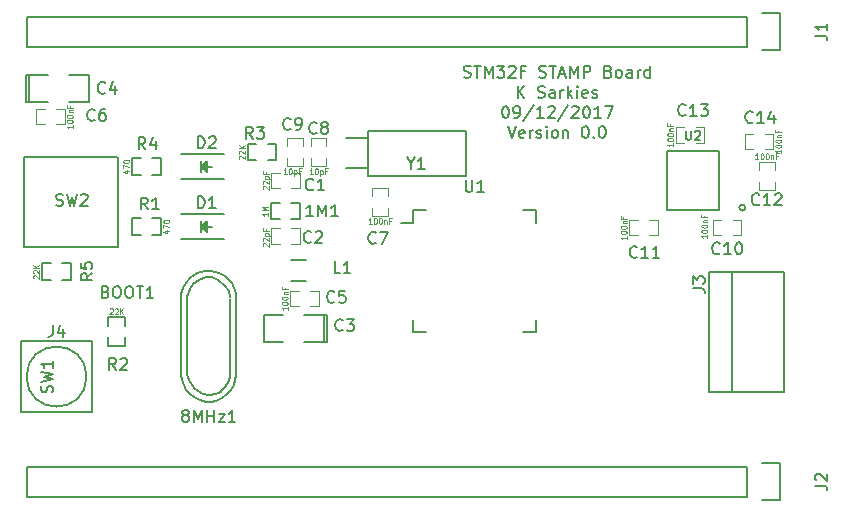
<source format=gto>
G04 #@! TF.FileFunction,Legend,Top*
%FSLAX46Y46*%
G04 Gerber Fmt 4.6, Leading zero omitted, Abs format (unit mm)*
G04 Created by KiCad (PCBNEW 4.0.7-e2-6376~58~ubuntu14.04.1) date Sat Dec  9 10:48:14 2017*
%MOMM*%
%LPD*%
G01*
G04 APERTURE LIST*
%ADD10C,0.100000*%
%ADD11C,0.200000*%
%ADD12C,0.127000*%
%ADD13C,0.150000*%
%ADD14C,0.119380*%
%ADD15C,0.203200*%
%ADD16C,0.114300*%
%ADD17C,0.152400*%
G04 APERTURE END LIST*
D10*
D11*
X152595237Y-80054762D02*
X152738094Y-80102381D01*
X152976190Y-80102381D01*
X153071428Y-80054762D01*
X153119047Y-80007143D01*
X153166666Y-79911905D01*
X153166666Y-79816667D01*
X153119047Y-79721429D01*
X153071428Y-79673810D01*
X152976190Y-79626190D01*
X152785713Y-79578571D01*
X152690475Y-79530952D01*
X152642856Y-79483333D01*
X152595237Y-79388095D01*
X152595237Y-79292857D01*
X152642856Y-79197619D01*
X152690475Y-79150000D01*
X152785713Y-79102381D01*
X153023809Y-79102381D01*
X153166666Y-79150000D01*
X153452380Y-79102381D02*
X154023809Y-79102381D01*
X153738094Y-80102381D02*
X153738094Y-79102381D01*
X154357142Y-80102381D02*
X154357142Y-79102381D01*
X154690476Y-79816667D01*
X155023809Y-79102381D01*
X155023809Y-80102381D01*
X155404761Y-79102381D02*
X156023809Y-79102381D01*
X155690475Y-79483333D01*
X155833333Y-79483333D01*
X155928571Y-79530952D01*
X155976190Y-79578571D01*
X156023809Y-79673810D01*
X156023809Y-79911905D01*
X155976190Y-80007143D01*
X155928571Y-80054762D01*
X155833333Y-80102381D01*
X155547618Y-80102381D01*
X155452380Y-80054762D01*
X155404761Y-80007143D01*
X156404761Y-79197619D02*
X156452380Y-79150000D01*
X156547618Y-79102381D01*
X156785714Y-79102381D01*
X156880952Y-79150000D01*
X156928571Y-79197619D01*
X156976190Y-79292857D01*
X156976190Y-79388095D01*
X156928571Y-79530952D01*
X156357142Y-80102381D01*
X156976190Y-80102381D01*
X157738095Y-79578571D02*
X157404761Y-79578571D01*
X157404761Y-80102381D02*
X157404761Y-79102381D01*
X157880952Y-79102381D01*
X158976190Y-80054762D02*
X159119047Y-80102381D01*
X159357143Y-80102381D01*
X159452381Y-80054762D01*
X159500000Y-80007143D01*
X159547619Y-79911905D01*
X159547619Y-79816667D01*
X159500000Y-79721429D01*
X159452381Y-79673810D01*
X159357143Y-79626190D01*
X159166666Y-79578571D01*
X159071428Y-79530952D01*
X159023809Y-79483333D01*
X158976190Y-79388095D01*
X158976190Y-79292857D01*
X159023809Y-79197619D01*
X159071428Y-79150000D01*
X159166666Y-79102381D01*
X159404762Y-79102381D01*
X159547619Y-79150000D01*
X159833333Y-79102381D02*
X160404762Y-79102381D01*
X160119047Y-80102381D02*
X160119047Y-79102381D01*
X160690476Y-79816667D02*
X161166667Y-79816667D01*
X160595238Y-80102381D02*
X160928571Y-79102381D01*
X161261905Y-80102381D01*
X161595238Y-80102381D02*
X161595238Y-79102381D01*
X161928572Y-79816667D01*
X162261905Y-79102381D01*
X162261905Y-80102381D01*
X162738095Y-80102381D02*
X162738095Y-79102381D01*
X163119048Y-79102381D01*
X163214286Y-79150000D01*
X163261905Y-79197619D01*
X163309524Y-79292857D01*
X163309524Y-79435714D01*
X163261905Y-79530952D01*
X163214286Y-79578571D01*
X163119048Y-79626190D01*
X162738095Y-79626190D01*
X164833334Y-79578571D02*
X164976191Y-79626190D01*
X165023810Y-79673810D01*
X165071429Y-79769048D01*
X165071429Y-79911905D01*
X165023810Y-80007143D01*
X164976191Y-80054762D01*
X164880953Y-80102381D01*
X164500000Y-80102381D01*
X164500000Y-79102381D01*
X164833334Y-79102381D01*
X164928572Y-79150000D01*
X164976191Y-79197619D01*
X165023810Y-79292857D01*
X165023810Y-79388095D01*
X164976191Y-79483333D01*
X164928572Y-79530952D01*
X164833334Y-79578571D01*
X164500000Y-79578571D01*
X165642857Y-80102381D02*
X165547619Y-80054762D01*
X165500000Y-80007143D01*
X165452381Y-79911905D01*
X165452381Y-79626190D01*
X165500000Y-79530952D01*
X165547619Y-79483333D01*
X165642857Y-79435714D01*
X165785715Y-79435714D01*
X165880953Y-79483333D01*
X165928572Y-79530952D01*
X165976191Y-79626190D01*
X165976191Y-79911905D01*
X165928572Y-80007143D01*
X165880953Y-80054762D01*
X165785715Y-80102381D01*
X165642857Y-80102381D01*
X166833334Y-80102381D02*
X166833334Y-79578571D01*
X166785715Y-79483333D01*
X166690477Y-79435714D01*
X166500000Y-79435714D01*
X166404762Y-79483333D01*
X166833334Y-80054762D02*
X166738096Y-80102381D01*
X166500000Y-80102381D01*
X166404762Y-80054762D01*
X166357143Y-79959524D01*
X166357143Y-79864286D01*
X166404762Y-79769048D01*
X166500000Y-79721429D01*
X166738096Y-79721429D01*
X166833334Y-79673810D01*
X167309524Y-80102381D02*
X167309524Y-79435714D01*
X167309524Y-79626190D02*
X167357143Y-79530952D01*
X167404762Y-79483333D01*
X167500000Y-79435714D01*
X167595239Y-79435714D01*
X168357144Y-80102381D02*
X168357144Y-79102381D01*
X168357144Y-80054762D02*
X168261906Y-80102381D01*
X168071429Y-80102381D01*
X167976191Y-80054762D01*
X167928572Y-80007143D01*
X167880953Y-79911905D01*
X167880953Y-79626190D01*
X167928572Y-79530952D01*
X167976191Y-79483333D01*
X168071429Y-79435714D01*
X168261906Y-79435714D01*
X168357144Y-79483333D01*
X157142857Y-81802381D02*
X157142857Y-80802381D01*
X157714286Y-81802381D02*
X157285714Y-81230952D01*
X157714286Y-80802381D02*
X157142857Y-81373810D01*
X158857143Y-81754762D02*
X159000000Y-81802381D01*
X159238096Y-81802381D01*
X159333334Y-81754762D01*
X159380953Y-81707143D01*
X159428572Y-81611905D01*
X159428572Y-81516667D01*
X159380953Y-81421429D01*
X159333334Y-81373810D01*
X159238096Y-81326190D01*
X159047619Y-81278571D01*
X158952381Y-81230952D01*
X158904762Y-81183333D01*
X158857143Y-81088095D01*
X158857143Y-80992857D01*
X158904762Y-80897619D01*
X158952381Y-80850000D01*
X159047619Y-80802381D01*
X159285715Y-80802381D01*
X159428572Y-80850000D01*
X160285715Y-81802381D02*
X160285715Y-81278571D01*
X160238096Y-81183333D01*
X160142858Y-81135714D01*
X159952381Y-81135714D01*
X159857143Y-81183333D01*
X160285715Y-81754762D02*
X160190477Y-81802381D01*
X159952381Y-81802381D01*
X159857143Y-81754762D01*
X159809524Y-81659524D01*
X159809524Y-81564286D01*
X159857143Y-81469048D01*
X159952381Y-81421429D01*
X160190477Y-81421429D01*
X160285715Y-81373810D01*
X160761905Y-81802381D02*
X160761905Y-81135714D01*
X160761905Y-81326190D02*
X160809524Y-81230952D01*
X160857143Y-81183333D01*
X160952381Y-81135714D01*
X161047620Y-81135714D01*
X161380953Y-81802381D02*
X161380953Y-80802381D01*
X161476191Y-81421429D02*
X161761906Y-81802381D01*
X161761906Y-81135714D02*
X161380953Y-81516667D01*
X162190477Y-81802381D02*
X162190477Y-81135714D01*
X162190477Y-80802381D02*
X162142858Y-80850000D01*
X162190477Y-80897619D01*
X162238096Y-80850000D01*
X162190477Y-80802381D01*
X162190477Y-80897619D01*
X163047620Y-81754762D02*
X162952382Y-81802381D01*
X162761905Y-81802381D01*
X162666667Y-81754762D01*
X162619048Y-81659524D01*
X162619048Y-81278571D01*
X162666667Y-81183333D01*
X162761905Y-81135714D01*
X162952382Y-81135714D01*
X163047620Y-81183333D01*
X163095239Y-81278571D01*
X163095239Y-81373810D01*
X162619048Y-81469048D01*
X163476191Y-81754762D02*
X163571429Y-81802381D01*
X163761905Y-81802381D01*
X163857144Y-81754762D01*
X163904763Y-81659524D01*
X163904763Y-81611905D01*
X163857144Y-81516667D01*
X163761905Y-81469048D01*
X163619048Y-81469048D01*
X163523810Y-81421429D01*
X163476191Y-81326190D01*
X163476191Y-81278571D01*
X163523810Y-81183333D01*
X163619048Y-81135714D01*
X163761905Y-81135714D01*
X163857144Y-81183333D01*
X156071428Y-82502381D02*
X156166667Y-82502381D01*
X156261905Y-82550000D01*
X156309524Y-82597619D01*
X156357143Y-82692857D01*
X156404762Y-82883333D01*
X156404762Y-83121429D01*
X156357143Y-83311905D01*
X156309524Y-83407143D01*
X156261905Y-83454762D01*
X156166667Y-83502381D01*
X156071428Y-83502381D01*
X155976190Y-83454762D01*
X155928571Y-83407143D01*
X155880952Y-83311905D01*
X155833333Y-83121429D01*
X155833333Y-82883333D01*
X155880952Y-82692857D01*
X155928571Y-82597619D01*
X155976190Y-82550000D01*
X156071428Y-82502381D01*
X156880952Y-83502381D02*
X157071428Y-83502381D01*
X157166667Y-83454762D01*
X157214286Y-83407143D01*
X157309524Y-83264286D01*
X157357143Y-83073810D01*
X157357143Y-82692857D01*
X157309524Y-82597619D01*
X157261905Y-82550000D01*
X157166667Y-82502381D01*
X156976190Y-82502381D01*
X156880952Y-82550000D01*
X156833333Y-82597619D01*
X156785714Y-82692857D01*
X156785714Y-82930952D01*
X156833333Y-83026190D01*
X156880952Y-83073810D01*
X156976190Y-83121429D01*
X157166667Y-83121429D01*
X157261905Y-83073810D01*
X157309524Y-83026190D01*
X157357143Y-82930952D01*
X158500000Y-82454762D02*
X157642857Y-83740476D01*
X159357143Y-83502381D02*
X158785714Y-83502381D01*
X159071428Y-83502381D02*
X159071428Y-82502381D01*
X158976190Y-82645238D01*
X158880952Y-82740476D01*
X158785714Y-82788095D01*
X159738095Y-82597619D02*
X159785714Y-82550000D01*
X159880952Y-82502381D01*
X160119048Y-82502381D01*
X160214286Y-82550000D01*
X160261905Y-82597619D01*
X160309524Y-82692857D01*
X160309524Y-82788095D01*
X160261905Y-82930952D01*
X159690476Y-83502381D01*
X160309524Y-83502381D01*
X161452381Y-82454762D02*
X160595238Y-83740476D01*
X161738095Y-82597619D02*
X161785714Y-82550000D01*
X161880952Y-82502381D01*
X162119048Y-82502381D01*
X162214286Y-82550000D01*
X162261905Y-82597619D01*
X162309524Y-82692857D01*
X162309524Y-82788095D01*
X162261905Y-82930952D01*
X161690476Y-83502381D01*
X162309524Y-83502381D01*
X162928571Y-82502381D02*
X163023810Y-82502381D01*
X163119048Y-82550000D01*
X163166667Y-82597619D01*
X163214286Y-82692857D01*
X163261905Y-82883333D01*
X163261905Y-83121429D01*
X163214286Y-83311905D01*
X163166667Y-83407143D01*
X163119048Y-83454762D01*
X163023810Y-83502381D01*
X162928571Y-83502381D01*
X162833333Y-83454762D01*
X162785714Y-83407143D01*
X162738095Y-83311905D01*
X162690476Y-83121429D01*
X162690476Y-82883333D01*
X162738095Y-82692857D01*
X162785714Y-82597619D01*
X162833333Y-82550000D01*
X162928571Y-82502381D01*
X164214286Y-83502381D02*
X163642857Y-83502381D01*
X163928571Y-83502381D02*
X163928571Y-82502381D01*
X163833333Y-82645238D01*
X163738095Y-82740476D01*
X163642857Y-82788095D01*
X164547619Y-82502381D02*
X165214286Y-82502381D01*
X164785714Y-83502381D01*
X156309524Y-84202381D02*
X156642857Y-85202381D01*
X156976191Y-84202381D01*
X157690477Y-85154762D02*
X157595239Y-85202381D01*
X157404762Y-85202381D01*
X157309524Y-85154762D01*
X157261905Y-85059524D01*
X157261905Y-84678571D01*
X157309524Y-84583333D01*
X157404762Y-84535714D01*
X157595239Y-84535714D01*
X157690477Y-84583333D01*
X157738096Y-84678571D01*
X157738096Y-84773810D01*
X157261905Y-84869048D01*
X158166667Y-85202381D02*
X158166667Y-84535714D01*
X158166667Y-84726190D02*
X158214286Y-84630952D01*
X158261905Y-84583333D01*
X158357143Y-84535714D01*
X158452382Y-84535714D01*
X158738096Y-85154762D02*
X158833334Y-85202381D01*
X159023810Y-85202381D01*
X159119049Y-85154762D01*
X159166668Y-85059524D01*
X159166668Y-85011905D01*
X159119049Y-84916667D01*
X159023810Y-84869048D01*
X158880953Y-84869048D01*
X158785715Y-84821429D01*
X158738096Y-84726190D01*
X158738096Y-84678571D01*
X158785715Y-84583333D01*
X158880953Y-84535714D01*
X159023810Y-84535714D01*
X159119049Y-84583333D01*
X159595239Y-85202381D02*
X159595239Y-84535714D01*
X159595239Y-84202381D02*
X159547620Y-84250000D01*
X159595239Y-84297619D01*
X159642858Y-84250000D01*
X159595239Y-84202381D01*
X159595239Y-84297619D01*
X160214286Y-85202381D02*
X160119048Y-85154762D01*
X160071429Y-85107143D01*
X160023810Y-85011905D01*
X160023810Y-84726190D01*
X160071429Y-84630952D01*
X160119048Y-84583333D01*
X160214286Y-84535714D01*
X160357144Y-84535714D01*
X160452382Y-84583333D01*
X160500001Y-84630952D01*
X160547620Y-84726190D01*
X160547620Y-85011905D01*
X160500001Y-85107143D01*
X160452382Y-85154762D01*
X160357144Y-85202381D01*
X160214286Y-85202381D01*
X160976191Y-84535714D02*
X160976191Y-85202381D01*
X160976191Y-84630952D02*
X161023810Y-84583333D01*
X161119048Y-84535714D01*
X161261906Y-84535714D01*
X161357144Y-84583333D01*
X161404763Y-84678571D01*
X161404763Y-85202381D01*
X162833334Y-84202381D02*
X162928573Y-84202381D01*
X163023811Y-84250000D01*
X163071430Y-84297619D01*
X163119049Y-84392857D01*
X163166668Y-84583333D01*
X163166668Y-84821429D01*
X163119049Y-85011905D01*
X163071430Y-85107143D01*
X163023811Y-85154762D01*
X162928573Y-85202381D01*
X162833334Y-85202381D01*
X162738096Y-85154762D01*
X162690477Y-85107143D01*
X162642858Y-85011905D01*
X162595239Y-84821429D01*
X162595239Y-84583333D01*
X162642858Y-84392857D01*
X162690477Y-84297619D01*
X162738096Y-84250000D01*
X162833334Y-84202381D01*
X163595239Y-85107143D02*
X163642858Y-85154762D01*
X163595239Y-85202381D01*
X163547620Y-85154762D01*
X163595239Y-85107143D01*
X163595239Y-85202381D01*
X164261905Y-84202381D02*
X164357144Y-84202381D01*
X164452382Y-84250000D01*
X164500001Y-84297619D01*
X164547620Y-84392857D01*
X164595239Y-84583333D01*
X164595239Y-84821429D01*
X164547620Y-85011905D01*
X164500001Y-85107143D01*
X164452382Y-85154762D01*
X164357144Y-85202381D01*
X164261905Y-85202381D01*
X164166667Y-85154762D01*
X164119048Y-85107143D01*
X164071429Y-85011905D01*
X164023810Y-84821429D01*
X164023810Y-84583333D01*
X164071429Y-84392857D01*
X164119048Y-84297619D01*
X164166667Y-84250000D01*
X164261905Y-84202381D01*
D12*
X136999620Y-90701500D02*
X136293500Y-90701500D01*
X136293500Y-90701500D02*
X136293500Y-92098500D01*
X136293500Y-92098500D02*
X136999620Y-92098500D01*
X138706500Y-90701500D02*
X138000380Y-90701500D01*
X138706500Y-90701500D02*
X138706500Y-92098500D01*
X138706500Y-92098500D02*
X138000380Y-92098500D01*
D13*
X132000760Y-106699000D02*
X131599440Y-106899660D01*
X131599440Y-106899660D02*
X131000000Y-107001260D01*
X131000000Y-107001260D02*
X130499620Y-106899660D01*
X130499620Y-106899660D02*
X129801120Y-106500880D01*
X129801120Y-106500880D02*
X129399800Y-105898900D01*
X129399800Y-105898900D02*
X129199140Y-105299460D01*
X129199140Y-105299460D02*
X129199140Y-98700540D01*
X129199140Y-98700540D02*
X129399800Y-97999500D01*
X129399800Y-97999500D02*
X129699520Y-97600720D01*
X129699520Y-97600720D02*
X130199900Y-97199400D01*
X130199900Y-97199400D02*
X130799340Y-96998740D01*
X130799340Y-96998740D02*
X131299720Y-96998740D01*
X131299720Y-96998740D02*
X131800100Y-97199400D01*
X131800100Y-97199400D02*
X132399540Y-97699780D01*
X132399540Y-97699780D02*
X132699260Y-98200160D01*
X132699260Y-98200160D02*
X132800860Y-98700540D01*
X132800860Y-98799600D02*
X132800860Y-105401060D01*
X132800860Y-105401060D02*
X132699260Y-105799840D01*
X132699260Y-105799840D02*
X132399540Y-106300220D01*
X132399540Y-106300220D02*
X131899160Y-106800600D01*
X133329180Y-98809760D02*
X133280920Y-98350020D01*
X133280920Y-98350020D02*
X133169160Y-97951240D01*
X133169160Y-97951240D02*
X132950720Y-97519440D01*
X132950720Y-97519440D02*
X132719580Y-97229880D01*
X132719580Y-97229880D02*
X132369060Y-96899680D01*
X132369060Y-96899680D02*
X131830580Y-96610120D01*
X131830580Y-96610120D02*
X131231140Y-96480580D01*
X131231140Y-96480580D02*
X130720600Y-96480580D01*
X130720600Y-96480580D02*
X130019560Y-96650760D01*
X130019560Y-96650760D02*
X129430280Y-97049540D01*
X129430280Y-97049540D02*
X129059440Y-97509280D01*
X129059440Y-97509280D02*
X128851160Y-97930920D01*
X128851160Y-97930920D02*
X128691140Y-98380500D01*
X128691140Y-98380500D02*
X128660660Y-98819920D01*
X128879100Y-106160520D02*
X129100080Y-106538980D01*
X129100080Y-106538980D02*
X129379480Y-106859020D01*
X129379480Y-106859020D02*
X129709680Y-107110480D01*
X129709680Y-107110480D02*
X130260860Y-107410200D01*
X130260860Y-107410200D02*
X130730760Y-107519420D01*
X130730760Y-107519420D02*
X131190500Y-107539740D01*
X131190500Y-107539740D02*
X131650240Y-107450840D01*
X131650240Y-107450840D02*
X132099820Y-107260340D01*
X132099820Y-107260340D02*
X132569720Y-106899660D01*
X132569720Y-106899660D02*
X132889760Y-106549140D01*
X132889760Y-106549140D02*
X133120900Y-106160520D01*
X133120900Y-106160520D02*
X133260600Y-105731260D01*
X133260600Y-105731260D02*
X133329180Y-105289300D01*
X128670820Y-98799600D02*
X128670820Y-105251200D01*
X128670820Y-105251200D02*
X128708920Y-105670300D01*
X128708920Y-105670300D02*
X128879100Y-106160520D01*
X133329180Y-98799600D02*
X133329180Y-105251200D01*
D14*
X138000380Y-89450240D02*
X138698880Y-89450240D01*
X136999620Y-89450240D02*
X136301120Y-89450240D01*
X138000380Y-88149760D02*
X138698880Y-88149760D01*
X136301120Y-88149760D02*
X136999620Y-88149760D01*
X138698880Y-88165000D02*
X138698880Y-89435000D01*
X136301120Y-89435000D02*
X136301120Y-88165000D01*
X136999620Y-92849760D02*
X136301120Y-92849760D01*
X138000380Y-92849760D02*
X138698880Y-92849760D01*
X136999620Y-94150240D02*
X136301120Y-94150240D01*
X138698880Y-94150240D02*
X138000380Y-94150240D01*
X136301120Y-94135000D02*
X136301120Y-92865000D01*
X138698880Y-92865000D02*
X138698880Y-94135000D01*
D12*
X140740000Y-102443000D02*
X140994000Y-102443000D01*
X140994000Y-102443000D02*
X140994000Y-100157000D01*
X140994000Y-100157000D02*
X140740000Y-100157000D01*
X140740000Y-102443000D02*
X140740000Y-100157000D01*
X140740000Y-100157000D02*
X139089000Y-100157000D01*
X137311000Y-102443000D02*
X135660000Y-102443000D01*
X135660000Y-102443000D02*
X135660000Y-100157000D01*
X135660000Y-100157000D02*
X137311000Y-100157000D01*
X139089000Y-102443000D02*
X140740000Y-102443000D01*
X115760000Y-79857000D02*
X115506000Y-79857000D01*
X115506000Y-79857000D02*
X115506000Y-82143000D01*
X115506000Y-82143000D02*
X115760000Y-82143000D01*
X115760000Y-79857000D02*
X115760000Y-82143000D01*
X115760000Y-82143000D02*
X117411000Y-82143000D01*
X119189000Y-79857000D02*
X120840000Y-79857000D01*
X120840000Y-79857000D02*
X120840000Y-82143000D01*
X120840000Y-82143000D02*
X119189000Y-82143000D01*
X117411000Y-79857000D02*
X115760000Y-79857000D01*
D14*
X139600380Y-99450240D02*
X140298880Y-99450240D01*
X138599620Y-99450240D02*
X137901120Y-99450240D01*
X139600380Y-98149760D02*
X140298880Y-98149760D01*
X137901120Y-98149760D02*
X138599620Y-98149760D01*
X140298880Y-98165000D02*
X140298880Y-99435000D01*
X137901120Y-99435000D02*
X137901120Y-98165000D01*
X117099620Y-82749760D02*
X116401120Y-82749760D01*
X118100380Y-82749760D02*
X118798880Y-82749760D01*
X117099620Y-84050240D02*
X116401120Y-84050240D01*
X118798880Y-84050240D02*
X118100380Y-84050240D01*
X116401120Y-84035000D02*
X116401120Y-82765000D01*
X118798880Y-82765000D02*
X118798880Y-84035000D01*
X146150240Y-90099620D02*
X146150240Y-89401120D01*
X146150240Y-91100380D02*
X146150240Y-91798880D01*
X144849760Y-90099620D02*
X144849760Y-89401120D01*
X144849760Y-91798880D02*
X144849760Y-91100380D01*
X144865000Y-89401120D02*
X146135000Y-89401120D01*
X146135000Y-91798880D02*
X144865000Y-91798880D01*
X140950240Y-85899620D02*
X140950240Y-85201120D01*
X140950240Y-86900380D02*
X140950240Y-87598880D01*
X139649760Y-85899620D02*
X139649760Y-85201120D01*
X139649760Y-87598880D02*
X139649760Y-86900380D01*
X139665000Y-85201120D02*
X140935000Y-85201120D01*
X140935000Y-87598880D02*
X139665000Y-87598880D01*
X137649760Y-86900380D02*
X137649760Y-87598880D01*
X137649760Y-85899620D02*
X137649760Y-85201120D01*
X138950240Y-86900380D02*
X138950240Y-87598880D01*
X138950240Y-85201120D02*
X138950240Y-85899620D01*
X138935000Y-87598880D02*
X137665000Y-87598880D01*
X137665000Y-85201120D02*
X138935000Y-85201120D01*
X174399620Y-92149760D02*
X173701120Y-92149760D01*
X175400380Y-92149760D02*
X176098880Y-92149760D01*
X174399620Y-93450240D02*
X173701120Y-93450240D01*
X176098880Y-93450240D02*
X175400380Y-93450240D01*
X173701120Y-93435000D02*
X173701120Y-92165000D01*
X176098880Y-92165000D02*
X176098880Y-93435000D01*
X168300380Y-93450240D02*
X168998880Y-93450240D01*
X167299620Y-93450240D02*
X166601120Y-93450240D01*
X168300380Y-92149760D02*
X168998880Y-92149760D01*
X166601120Y-92149760D02*
X167299620Y-92149760D01*
X168998880Y-92165000D02*
X168998880Y-93435000D01*
X166601120Y-93435000D02*
X166601120Y-92165000D01*
X177599760Y-88950380D02*
X177599760Y-89648880D01*
X177599760Y-87949620D02*
X177599760Y-87251120D01*
X178900240Y-88950380D02*
X178900240Y-89648880D01*
X178900240Y-87251120D02*
X178900240Y-87949620D01*
X178885000Y-89648880D02*
X177615000Y-89648880D01*
X177615000Y-87251120D02*
X178885000Y-87251120D01*
X172250380Y-85600240D02*
X172948880Y-85600240D01*
X171249620Y-85600240D02*
X170551120Y-85600240D01*
X172250380Y-84299760D02*
X172948880Y-84299760D01*
X170551120Y-84299760D02*
X171249620Y-84299760D01*
X172948880Y-84315000D02*
X172948880Y-85585000D01*
X170551120Y-85585000D02*
X170551120Y-84315000D01*
X177099620Y-84849760D02*
X176401120Y-84849760D01*
X178100380Y-84849760D02*
X178798880Y-84849760D01*
X177099620Y-86150240D02*
X176401120Y-86150240D01*
X178798880Y-86150240D02*
X178100380Y-86150240D01*
X176401120Y-86135000D02*
X176401120Y-84865000D01*
X178798880Y-84865000D02*
X178798880Y-86135000D01*
D13*
X128660000Y-93760000D02*
X132260000Y-93760000D01*
X128660000Y-91660000D02*
X132260000Y-91660000D01*
X130710000Y-92410000D02*
X130710000Y-93010000D01*
X130710000Y-93010000D02*
X130410000Y-92710000D01*
X130410000Y-92710000D02*
X130610000Y-92510000D01*
X130610000Y-92510000D02*
X130610000Y-92760000D01*
X130610000Y-92760000D02*
X130560000Y-92710000D01*
X130310000Y-92210000D02*
X130310000Y-93210000D01*
X130810000Y-92710000D02*
X131310000Y-92710000D01*
X130310000Y-92710000D02*
X130810000Y-92210000D01*
X130810000Y-92210000D02*
X130810000Y-93210000D01*
X130810000Y-93210000D02*
X130310000Y-92710000D01*
X128660000Y-88680000D02*
X132260000Y-88680000D01*
X128660000Y-86580000D02*
X132260000Y-86580000D01*
X130710000Y-87330000D02*
X130710000Y-87930000D01*
X130710000Y-87930000D02*
X130410000Y-87630000D01*
X130410000Y-87630000D02*
X130610000Y-87430000D01*
X130610000Y-87430000D02*
X130610000Y-87680000D01*
X130610000Y-87680000D02*
X130560000Y-87630000D01*
X130310000Y-87130000D02*
X130310000Y-88130000D01*
X130810000Y-87630000D02*
X131310000Y-87630000D01*
X130310000Y-87630000D02*
X130810000Y-87130000D01*
X130810000Y-87130000D02*
X130810000Y-88130000D01*
X130810000Y-88130000D02*
X130310000Y-87630000D01*
X176530000Y-74930000D02*
X115570000Y-74930000D01*
X115570000Y-74930000D02*
X115570000Y-77470000D01*
X115570000Y-77470000D02*
X176530000Y-77470000D01*
X179350000Y-77750000D02*
X177800000Y-77750000D01*
X176530000Y-77470000D02*
X176530000Y-74930000D01*
X177800000Y-74650000D02*
X179350000Y-74650000D01*
X179350000Y-74650000D02*
X179350000Y-77750000D01*
X176530000Y-113030000D02*
X115570000Y-113030000D01*
X115570000Y-113030000D02*
X115570000Y-115570000D01*
X115570000Y-115570000D02*
X176530000Y-115570000D01*
X179350000Y-115850000D02*
X177800000Y-115850000D01*
X176530000Y-115570000D02*
X176530000Y-113030000D01*
X177800000Y-112750000D02*
X179350000Y-112750000D01*
X179350000Y-112750000D02*
X179350000Y-115850000D01*
X139200000Y-97275000D02*
X138000000Y-97275000D01*
X138000000Y-95525000D02*
X139200000Y-95525000D01*
D12*
X126230380Y-93408500D02*
X126936500Y-93408500D01*
X126936500Y-93408500D02*
X126936500Y-92011500D01*
X126936500Y-92011500D02*
X126230380Y-92011500D01*
X124523500Y-93408500D02*
X125229620Y-93408500D01*
X124523500Y-93408500D02*
X124523500Y-92011500D01*
X124523500Y-92011500D02*
X125229620Y-92011500D01*
X123888500Y-101099620D02*
X123888500Y-100393500D01*
X123888500Y-100393500D02*
X122491500Y-100393500D01*
X122491500Y-100393500D02*
X122491500Y-101099620D01*
X123888500Y-102806500D02*
X123888500Y-102100380D01*
X123888500Y-102806500D02*
X122491500Y-102806500D01*
X122491500Y-102806500D02*
X122491500Y-102100380D01*
X134999620Y-85701500D02*
X134293500Y-85701500D01*
X134293500Y-85701500D02*
X134293500Y-87098500D01*
X134293500Y-87098500D02*
X134999620Y-87098500D01*
X136706500Y-85701500D02*
X136000380Y-85701500D01*
X136706500Y-85701500D02*
X136706500Y-87098500D01*
X136706500Y-87098500D02*
X136000380Y-87098500D01*
X125229620Y-86931500D02*
X124523500Y-86931500D01*
X124523500Y-86931500D02*
X124523500Y-88328500D01*
X124523500Y-88328500D02*
X125229620Y-88328500D01*
X126936500Y-86931500D02*
X126230380Y-86931500D01*
X126936500Y-86931500D02*
X126936500Y-88328500D01*
X126936500Y-88328500D02*
X126230380Y-88328500D01*
D13*
X120650000Y-105410000D02*
G75*
G03X120650000Y-105410000I-2540000J0D01*
G01*
X115110000Y-108410000D02*
X115110000Y-102410000D01*
X115110000Y-102410000D02*
X121110000Y-102410000D01*
X121110000Y-102410000D02*
X121110000Y-108410000D01*
X115110000Y-108410000D02*
X121110000Y-108410000D01*
X148325000Y-91325000D02*
X148325000Y-92400000D01*
X158675000Y-91325000D02*
X158675000Y-92400000D01*
X158675000Y-101675000D02*
X158675000Y-100600000D01*
X148325000Y-101675000D02*
X148325000Y-100600000D01*
X148325000Y-91325000D02*
X149400000Y-91325000D01*
X148325000Y-101675000D02*
X149400000Y-101675000D01*
X158675000Y-101675000D02*
X157600000Y-101675000D01*
X158675000Y-91325000D02*
X157600000Y-91325000D01*
X148325000Y-92400000D02*
X147300000Y-92400000D01*
D15*
X176435000Y-91106000D02*
G75*
G03X176435000Y-91106000I-254000J0D01*
G01*
X169790360Y-91319360D02*
X174189640Y-91319360D01*
X174189640Y-91319360D02*
X174189640Y-86320640D01*
X174189640Y-86320640D02*
X169790360Y-86320640D01*
X169790360Y-86320640D02*
X169790360Y-91319360D01*
D13*
X144505000Y-88405000D02*
X144505000Y-84595000D01*
X144505000Y-84595000D02*
X152760000Y-84595000D01*
X152760000Y-84595000D02*
X152760000Y-88405000D01*
X152760000Y-88405000D02*
X144505000Y-88405000D01*
X142600000Y-87770000D02*
X144505000Y-87770000D01*
X142600000Y-85230000D02*
X144505000Y-85230000D01*
X179705000Y-106680000D02*
X179705000Y-96520000D01*
X175260000Y-106680000D02*
X175260000Y-96520000D01*
X173355000Y-106680000D02*
X173355000Y-96520000D01*
X173355000Y-106680000D02*
X179705000Y-106680000D01*
X173355000Y-96520000D02*
X179705000Y-96520000D01*
D12*
X117609620Y-95821500D02*
X116903500Y-95821500D01*
X116903500Y-95821500D02*
X116903500Y-97218500D01*
X116903500Y-97218500D02*
X117609620Y-97218500D01*
X119316500Y-95821500D02*
X118610380Y-95821500D01*
X119316500Y-95821500D02*
X119316500Y-97218500D01*
X119316500Y-97218500D02*
X118610380Y-97218500D01*
D13*
X123337000Y-86790000D02*
X123337000Y-94417000D01*
X123337000Y-94417000D02*
X115329000Y-94417000D01*
X115329000Y-94417000D02*
X115329000Y-86790000D01*
X115329000Y-86790000D02*
X123270000Y-86790000D01*
X139838096Y-91852381D02*
X139266667Y-91852381D01*
X139552381Y-91852381D02*
X139552381Y-90852381D01*
X139457143Y-90995238D01*
X139361905Y-91090476D01*
X139266667Y-91138095D01*
X140266667Y-91852381D02*
X140266667Y-90852381D01*
X140600001Y-91566667D01*
X140933334Y-90852381D01*
X140933334Y-91852381D01*
X141933334Y-91852381D02*
X141361905Y-91852381D01*
X141647619Y-91852381D02*
X141647619Y-90852381D01*
X141552381Y-90995238D01*
X141457143Y-91090476D01*
X141361905Y-91138095D01*
D16*
X136030550Y-91530628D02*
X136030550Y-91791885D01*
X136030550Y-91661257D02*
X135522550Y-91661257D01*
X135595121Y-91704800D01*
X135643502Y-91748342D01*
X135667692Y-91791885D01*
X136030550Y-91334685D02*
X135522550Y-91334685D01*
X135885407Y-91182285D01*
X135522550Y-91029885D01*
X136030550Y-91029885D01*
D13*
X128928571Y-108680952D02*
X128833333Y-108633333D01*
X128785714Y-108585714D01*
X128738095Y-108490476D01*
X128738095Y-108442857D01*
X128785714Y-108347619D01*
X128833333Y-108300000D01*
X128928571Y-108252381D01*
X129119048Y-108252381D01*
X129214286Y-108300000D01*
X129261905Y-108347619D01*
X129309524Y-108442857D01*
X129309524Y-108490476D01*
X129261905Y-108585714D01*
X129214286Y-108633333D01*
X129119048Y-108680952D01*
X128928571Y-108680952D01*
X128833333Y-108728571D01*
X128785714Y-108776190D01*
X128738095Y-108871429D01*
X128738095Y-109061905D01*
X128785714Y-109157143D01*
X128833333Y-109204762D01*
X128928571Y-109252381D01*
X129119048Y-109252381D01*
X129214286Y-109204762D01*
X129261905Y-109157143D01*
X129309524Y-109061905D01*
X129309524Y-108871429D01*
X129261905Y-108776190D01*
X129214286Y-108728571D01*
X129119048Y-108680952D01*
X129738095Y-109252381D02*
X129738095Y-108252381D01*
X130071429Y-108966667D01*
X130404762Y-108252381D01*
X130404762Y-109252381D01*
X130880952Y-109252381D02*
X130880952Y-108252381D01*
X130880952Y-108728571D02*
X131452381Y-108728571D01*
X131452381Y-109252381D02*
X131452381Y-108252381D01*
X131833333Y-108585714D02*
X132357143Y-108585714D01*
X131833333Y-109252381D01*
X132357143Y-109252381D01*
X133261905Y-109252381D02*
X132690476Y-109252381D01*
X132976190Y-109252381D02*
X132976190Y-108252381D01*
X132880952Y-108395238D01*
X132785714Y-108490476D01*
X132690476Y-108538095D01*
X139833334Y-89557143D02*
X139785715Y-89604762D01*
X139642858Y-89652381D01*
X139547620Y-89652381D01*
X139404762Y-89604762D01*
X139309524Y-89509524D01*
X139261905Y-89414286D01*
X139214286Y-89223810D01*
X139214286Y-89080952D01*
X139261905Y-88890476D01*
X139309524Y-88795238D01*
X139404762Y-88700000D01*
X139547620Y-88652381D01*
X139642858Y-88652381D01*
X139785715Y-88700000D01*
X139833334Y-88747619D01*
X140785715Y-89652381D02*
X140214286Y-89652381D01*
X140500000Y-89652381D02*
X140500000Y-88652381D01*
X140404762Y-88795238D01*
X140309524Y-88890476D01*
X140214286Y-88938095D01*
D16*
X135619190Y-89551114D02*
X135595000Y-89529343D01*
X135570810Y-89485800D01*
X135570810Y-89376943D01*
X135595000Y-89333400D01*
X135619190Y-89311629D01*
X135667571Y-89289857D01*
X135715952Y-89289857D01*
X135788524Y-89311629D01*
X136078810Y-89572886D01*
X136078810Y-89289857D01*
X135619190Y-89115685D02*
X135595000Y-89093914D01*
X135570810Y-89050371D01*
X135570810Y-88941514D01*
X135595000Y-88897971D01*
X135619190Y-88876200D01*
X135667571Y-88854428D01*
X135715952Y-88854428D01*
X135788524Y-88876200D01*
X136078810Y-89137457D01*
X136078810Y-88854428D01*
X135740143Y-88658485D02*
X136248143Y-88658485D01*
X135764333Y-88658485D02*
X135740143Y-88614942D01*
X135740143Y-88527856D01*
X135764333Y-88484313D01*
X135788524Y-88462542D01*
X135836905Y-88440771D01*
X135982048Y-88440771D01*
X136030429Y-88462542D01*
X136054619Y-88484313D01*
X136078810Y-88527856D01*
X136078810Y-88614942D01*
X136054619Y-88658485D01*
X135812714Y-88092428D02*
X135812714Y-88244828D01*
X136078810Y-88244828D02*
X135570810Y-88244828D01*
X135570810Y-88027114D01*
D13*
X139673334Y-93987143D02*
X139625715Y-94034762D01*
X139482858Y-94082381D01*
X139387620Y-94082381D01*
X139244762Y-94034762D01*
X139149524Y-93939524D01*
X139101905Y-93844286D01*
X139054286Y-93653810D01*
X139054286Y-93510952D01*
X139101905Y-93320476D01*
X139149524Y-93225238D01*
X139244762Y-93130000D01*
X139387620Y-93082381D01*
X139482858Y-93082381D01*
X139625715Y-93130000D01*
X139673334Y-93177619D01*
X140054286Y-93177619D02*
X140101905Y-93130000D01*
X140197143Y-93082381D01*
X140435239Y-93082381D01*
X140530477Y-93130000D01*
X140578096Y-93177619D01*
X140625715Y-93272857D01*
X140625715Y-93368095D01*
X140578096Y-93510952D01*
X140006667Y-94082381D01*
X140625715Y-94082381D01*
D16*
X135610190Y-94381114D02*
X135586000Y-94359343D01*
X135561810Y-94315800D01*
X135561810Y-94206943D01*
X135586000Y-94163400D01*
X135610190Y-94141629D01*
X135658571Y-94119857D01*
X135706952Y-94119857D01*
X135779524Y-94141629D01*
X136069810Y-94402886D01*
X136069810Y-94119857D01*
X135610190Y-93945685D02*
X135586000Y-93923914D01*
X135561810Y-93880371D01*
X135561810Y-93771514D01*
X135586000Y-93727971D01*
X135610190Y-93706200D01*
X135658571Y-93684428D01*
X135706952Y-93684428D01*
X135779524Y-93706200D01*
X136069810Y-93967457D01*
X136069810Y-93684428D01*
X135731143Y-93488485D02*
X136239143Y-93488485D01*
X135755333Y-93488485D02*
X135731143Y-93444942D01*
X135731143Y-93357856D01*
X135755333Y-93314313D01*
X135779524Y-93292542D01*
X135827905Y-93270771D01*
X135973048Y-93270771D01*
X136021429Y-93292542D01*
X136045619Y-93314313D01*
X136069810Y-93357856D01*
X136069810Y-93444942D01*
X136045619Y-93488485D01*
X135803714Y-92922428D02*
X135803714Y-93074828D01*
X136069810Y-93074828D02*
X135561810Y-93074828D01*
X135561810Y-92857114D01*
D13*
X142333334Y-101457143D02*
X142285715Y-101504762D01*
X142142858Y-101552381D01*
X142047620Y-101552381D01*
X141904762Y-101504762D01*
X141809524Y-101409524D01*
X141761905Y-101314286D01*
X141714286Y-101123810D01*
X141714286Y-100980952D01*
X141761905Y-100790476D01*
X141809524Y-100695238D01*
X141904762Y-100600000D01*
X142047620Y-100552381D01*
X142142858Y-100552381D01*
X142285715Y-100600000D01*
X142333334Y-100647619D01*
X142666667Y-100552381D02*
X143285715Y-100552381D01*
X142952381Y-100933333D01*
X143095239Y-100933333D01*
X143190477Y-100980952D01*
X143238096Y-101028571D01*
X143285715Y-101123810D01*
X143285715Y-101361905D01*
X143238096Y-101457143D01*
X143190477Y-101504762D01*
X143095239Y-101552381D01*
X142809524Y-101552381D01*
X142714286Y-101504762D01*
X142666667Y-101457143D01*
X122233334Y-81357143D02*
X122185715Y-81404762D01*
X122042858Y-81452381D01*
X121947620Y-81452381D01*
X121804762Y-81404762D01*
X121709524Y-81309524D01*
X121661905Y-81214286D01*
X121614286Y-81023810D01*
X121614286Y-80880952D01*
X121661905Y-80690476D01*
X121709524Y-80595238D01*
X121804762Y-80500000D01*
X121947620Y-80452381D01*
X122042858Y-80452381D01*
X122185715Y-80500000D01*
X122233334Y-80547619D01*
X123090477Y-80785714D02*
X123090477Y-81452381D01*
X122852381Y-80404762D02*
X122614286Y-81119048D01*
X123233334Y-81119048D01*
X141633334Y-99057143D02*
X141585715Y-99104762D01*
X141442858Y-99152381D01*
X141347620Y-99152381D01*
X141204762Y-99104762D01*
X141109524Y-99009524D01*
X141061905Y-98914286D01*
X141014286Y-98723810D01*
X141014286Y-98580952D01*
X141061905Y-98390476D01*
X141109524Y-98295238D01*
X141204762Y-98200000D01*
X141347620Y-98152381D01*
X141442858Y-98152381D01*
X141585715Y-98200000D01*
X141633334Y-98247619D01*
X142538096Y-98152381D02*
X142061905Y-98152381D01*
X142014286Y-98628571D01*
X142061905Y-98580952D01*
X142157143Y-98533333D01*
X142395239Y-98533333D01*
X142490477Y-98580952D01*
X142538096Y-98628571D01*
X142585715Y-98723810D01*
X142585715Y-98961905D01*
X142538096Y-99057143D01*
X142490477Y-99104762D01*
X142395239Y-99152381D01*
X142157143Y-99152381D01*
X142061905Y-99104762D01*
X142014286Y-99057143D01*
D16*
X137678810Y-99507572D02*
X137678810Y-99768829D01*
X137678810Y-99638201D02*
X137170810Y-99638201D01*
X137243381Y-99681744D01*
X137291762Y-99725286D01*
X137315952Y-99768829D01*
X137170810Y-99224543D02*
X137170810Y-99181000D01*
X137195000Y-99137457D01*
X137219190Y-99115686D01*
X137267571Y-99093915D01*
X137364333Y-99072143D01*
X137485286Y-99072143D01*
X137582048Y-99093915D01*
X137630429Y-99115686D01*
X137654619Y-99137457D01*
X137678810Y-99181000D01*
X137678810Y-99224543D01*
X137654619Y-99268086D01*
X137630429Y-99289857D01*
X137582048Y-99311629D01*
X137485286Y-99333400D01*
X137364333Y-99333400D01*
X137267571Y-99311629D01*
X137219190Y-99289857D01*
X137195000Y-99268086D01*
X137170810Y-99224543D01*
X137170810Y-98789114D02*
X137170810Y-98745571D01*
X137195000Y-98702028D01*
X137219190Y-98680257D01*
X137267571Y-98658486D01*
X137364333Y-98636714D01*
X137485286Y-98636714D01*
X137582048Y-98658486D01*
X137630429Y-98680257D01*
X137654619Y-98702028D01*
X137678810Y-98745571D01*
X137678810Y-98789114D01*
X137654619Y-98832657D01*
X137630429Y-98854428D01*
X137582048Y-98876200D01*
X137485286Y-98897971D01*
X137364333Y-98897971D01*
X137267571Y-98876200D01*
X137219190Y-98854428D01*
X137195000Y-98832657D01*
X137170810Y-98789114D01*
X137340143Y-98440771D02*
X137678810Y-98440771D01*
X137388524Y-98440771D02*
X137364333Y-98418999D01*
X137340143Y-98375457D01*
X137340143Y-98310142D01*
X137364333Y-98266599D01*
X137412714Y-98244828D01*
X137678810Y-98244828D01*
X137412714Y-97874714D02*
X137412714Y-98027114D01*
X137678810Y-98027114D02*
X137170810Y-98027114D01*
X137170810Y-97809400D01*
D13*
X121333334Y-83657143D02*
X121285715Y-83704762D01*
X121142858Y-83752381D01*
X121047620Y-83752381D01*
X120904762Y-83704762D01*
X120809524Y-83609524D01*
X120761905Y-83514286D01*
X120714286Y-83323810D01*
X120714286Y-83180952D01*
X120761905Y-82990476D01*
X120809524Y-82895238D01*
X120904762Y-82800000D01*
X121047620Y-82752381D01*
X121142858Y-82752381D01*
X121285715Y-82800000D01*
X121333334Y-82847619D01*
X122190477Y-82752381D02*
X122000000Y-82752381D01*
X121904762Y-82800000D01*
X121857143Y-82847619D01*
X121761905Y-82990476D01*
X121714286Y-83180952D01*
X121714286Y-83561905D01*
X121761905Y-83657143D01*
X121809524Y-83704762D01*
X121904762Y-83752381D01*
X122095239Y-83752381D01*
X122190477Y-83704762D01*
X122238096Y-83657143D01*
X122285715Y-83561905D01*
X122285715Y-83323810D01*
X122238096Y-83228571D01*
X122190477Y-83180952D01*
X122095239Y-83133333D01*
X121904762Y-83133333D01*
X121809524Y-83180952D01*
X121761905Y-83228571D01*
X121714286Y-83323810D01*
D16*
X119480810Y-84107572D02*
X119480810Y-84368829D01*
X119480810Y-84238201D02*
X118972810Y-84238201D01*
X119045381Y-84281744D01*
X119093762Y-84325286D01*
X119117952Y-84368829D01*
X118972810Y-83824543D02*
X118972810Y-83781000D01*
X118997000Y-83737457D01*
X119021190Y-83715686D01*
X119069571Y-83693915D01*
X119166333Y-83672143D01*
X119287286Y-83672143D01*
X119384048Y-83693915D01*
X119432429Y-83715686D01*
X119456619Y-83737457D01*
X119480810Y-83781000D01*
X119480810Y-83824543D01*
X119456619Y-83868086D01*
X119432429Y-83889857D01*
X119384048Y-83911629D01*
X119287286Y-83933400D01*
X119166333Y-83933400D01*
X119069571Y-83911629D01*
X119021190Y-83889857D01*
X118997000Y-83868086D01*
X118972810Y-83824543D01*
X118972810Y-83389114D02*
X118972810Y-83345571D01*
X118997000Y-83302028D01*
X119021190Y-83280257D01*
X119069571Y-83258486D01*
X119166333Y-83236714D01*
X119287286Y-83236714D01*
X119384048Y-83258486D01*
X119432429Y-83280257D01*
X119456619Y-83302028D01*
X119480810Y-83345571D01*
X119480810Y-83389114D01*
X119456619Y-83432657D01*
X119432429Y-83454428D01*
X119384048Y-83476200D01*
X119287286Y-83497971D01*
X119166333Y-83497971D01*
X119069571Y-83476200D01*
X119021190Y-83454428D01*
X118997000Y-83432657D01*
X118972810Y-83389114D01*
X119142143Y-83040771D02*
X119480810Y-83040771D01*
X119190524Y-83040771D02*
X119166333Y-83018999D01*
X119142143Y-82975457D01*
X119142143Y-82910142D01*
X119166333Y-82866599D01*
X119214714Y-82844828D01*
X119480810Y-82844828D01*
X119214714Y-82474714D02*
X119214714Y-82627114D01*
X119480810Y-82627114D02*
X118972810Y-82627114D01*
X118972810Y-82409400D01*
D13*
X145133334Y-94057143D02*
X145085715Y-94104762D01*
X144942858Y-94152381D01*
X144847620Y-94152381D01*
X144704762Y-94104762D01*
X144609524Y-94009524D01*
X144561905Y-93914286D01*
X144514286Y-93723810D01*
X144514286Y-93580952D01*
X144561905Y-93390476D01*
X144609524Y-93295238D01*
X144704762Y-93200000D01*
X144847620Y-93152381D01*
X144942858Y-93152381D01*
X145085715Y-93200000D01*
X145133334Y-93247619D01*
X145466667Y-93152381D02*
X146133334Y-93152381D01*
X145704762Y-94152381D01*
D16*
X144792428Y-92480810D02*
X144531171Y-92480810D01*
X144661799Y-92480810D02*
X144661799Y-91972810D01*
X144618256Y-92045381D01*
X144574714Y-92093762D01*
X144531171Y-92117952D01*
X145075457Y-91972810D02*
X145119000Y-91972810D01*
X145162543Y-91997000D01*
X145184314Y-92021190D01*
X145206085Y-92069571D01*
X145227857Y-92166333D01*
X145227857Y-92287286D01*
X145206085Y-92384048D01*
X145184314Y-92432429D01*
X145162543Y-92456619D01*
X145119000Y-92480810D01*
X145075457Y-92480810D01*
X145031914Y-92456619D01*
X145010143Y-92432429D01*
X144988371Y-92384048D01*
X144966600Y-92287286D01*
X144966600Y-92166333D01*
X144988371Y-92069571D01*
X145010143Y-92021190D01*
X145031914Y-91997000D01*
X145075457Y-91972810D01*
X145510886Y-91972810D02*
X145554429Y-91972810D01*
X145597972Y-91997000D01*
X145619743Y-92021190D01*
X145641514Y-92069571D01*
X145663286Y-92166333D01*
X145663286Y-92287286D01*
X145641514Y-92384048D01*
X145619743Y-92432429D01*
X145597972Y-92456619D01*
X145554429Y-92480810D01*
X145510886Y-92480810D01*
X145467343Y-92456619D01*
X145445572Y-92432429D01*
X145423800Y-92384048D01*
X145402029Y-92287286D01*
X145402029Y-92166333D01*
X145423800Y-92069571D01*
X145445572Y-92021190D01*
X145467343Y-91997000D01*
X145510886Y-91972810D01*
X145859229Y-92142143D02*
X145859229Y-92480810D01*
X145859229Y-92190524D02*
X145881001Y-92166333D01*
X145924543Y-92142143D01*
X145989858Y-92142143D01*
X146033401Y-92166333D01*
X146055172Y-92214714D01*
X146055172Y-92480810D01*
X146425286Y-92214714D02*
X146272886Y-92214714D01*
X146272886Y-92480810D02*
X146272886Y-91972810D01*
X146490600Y-91972810D01*
D13*
X140133334Y-84757143D02*
X140085715Y-84804762D01*
X139942858Y-84852381D01*
X139847620Y-84852381D01*
X139704762Y-84804762D01*
X139609524Y-84709524D01*
X139561905Y-84614286D01*
X139514286Y-84423810D01*
X139514286Y-84280952D01*
X139561905Y-84090476D01*
X139609524Y-83995238D01*
X139704762Y-83900000D01*
X139847620Y-83852381D01*
X139942858Y-83852381D01*
X140085715Y-83900000D01*
X140133334Y-83947619D01*
X140704762Y-84280952D02*
X140609524Y-84233333D01*
X140561905Y-84185714D01*
X140514286Y-84090476D01*
X140514286Y-84042857D01*
X140561905Y-83947619D01*
X140609524Y-83900000D01*
X140704762Y-83852381D01*
X140895239Y-83852381D01*
X140990477Y-83900000D01*
X141038096Y-83947619D01*
X141085715Y-84042857D01*
X141085715Y-84090476D01*
X141038096Y-84185714D01*
X140990477Y-84233333D01*
X140895239Y-84280952D01*
X140704762Y-84280952D01*
X140609524Y-84328571D01*
X140561905Y-84376190D01*
X140514286Y-84471429D01*
X140514286Y-84661905D01*
X140561905Y-84757143D01*
X140609524Y-84804762D01*
X140704762Y-84852381D01*
X140895239Y-84852381D01*
X140990477Y-84804762D01*
X141038096Y-84757143D01*
X141085715Y-84661905D01*
X141085715Y-84471429D01*
X141038096Y-84376190D01*
X140990477Y-84328571D01*
X140895239Y-84280952D01*
D16*
X139810143Y-88280810D02*
X139548886Y-88280810D01*
X139679514Y-88280810D02*
X139679514Y-87772810D01*
X139635971Y-87845381D01*
X139592429Y-87893762D01*
X139548886Y-87917952D01*
X140093172Y-87772810D02*
X140136715Y-87772810D01*
X140180258Y-87797000D01*
X140202029Y-87821190D01*
X140223800Y-87869571D01*
X140245572Y-87966333D01*
X140245572Y-88087286D01*
X140223800Y-88184048D01*
X140202029Y-88232429D01*
X140180258Y-88256619D01*
X140136715Y-88280810D01*
X140093172Y-88280810D01*
X140049629Y-88256619D01*
X140027858Y-88232429D01*
X140006086Y-88184048D01*
X139984315Y-88087286D01*
X139984315Y-87966333D01*
X140006086Y-87869571D01*
X140027858Y-87821190D01*
X140049629Y-87797000D01*
X140093172Y-87772810D01*
X140441515Y-87942143D02*
X140441515Y-88450143D01*
X140441515Y-87966333D02*
X140485058Y-87942143D01*
X140572144Y-87942143D01*
X140615687Y-87966333D01*
X140637458Y-87990524D01*
X140659229Y-88038905D01*
X140659229Y-88184048D01*
X140637458Y-88232429D01*
X140615687Y-88256619D01*
X140572144Y-88280810D01*
X140485058Y-88280810D01*
X140441515Y-88256619D01*
X141007572Y-88014714D02*
X140855172Y-88014714D01*
X140855172Y-88280810D02*
X140855172Y-87772810D01*
X141072886Y-87772810D01*
D13*
X137923334Y-84417143D02*
X137875715Y-84464762D01*
X137732858Y-84512381D01*
X137637620Y-84512381D01*
X137494762Y-84464762D01*
X137399524Y-84369524D01*
X137351905Y-84274286D01*
X137304286Y-84083810D01*
X137304286Y-83940952D01*
X137351905Y-83750476D01*
X137399524Y-83655238D01*
X137494762Y-83560000D01*
X137637620Y-83512381D01*
X137732858Y-83512381D01*
X137875715Y-83560000D01*
X137923334Y-83607619D01*
X138399524Y-84512381D02*
X138590000Y-84512381D01*
X138685239Y-84464762D01*
X138732858Y-84417143D01*
X138828096Y-84274286D01*
X138875715Y-84083810D01*
X138875715Y-83702857D01*
X138828096Y-83607619D01*
X138780477Y-83560000D01*
X138685239Y-83512381D01*
X138494762Y-83512381D01*
X138399524Y-83560000D01*
X138351905Y-83607619D01*
X138304286Y-83702857D01*
X138304286Y-83940952D01*
X138351905Y-84036190D01*
X138399524Y-84083810D01*
X138494762Y-84131429D01*
X138685239Y-84131429D01*
X138780477Y-84083810D01*
X138828096Y-84036190D01*
X138875715Y-83940952D01*
D16*
X137600143Y-88289810D02*
X137338886Y-88289810D01*
X137469514Y-88289810D02*
X137469514Y-87781810D01*
X137425971Y-87854381D01*
X137382429Y-87902762D01*
X137338886Y-87926952D01*
X137883172Y-87781810D02*
X137926715Y-87781810D01*
X137970258Y-87806000D01*
X137992029Y-87830190D01*
X138013800Y-87878571D01*
X138035572Y-87975333D01*
X138035572Y-88096286D01*
X138013800Y-88193048D01*
X137992029Y-88241429D01*
X137970258Y-88265619D01*
X137926715Y-88289810D01*
X137883172Y-88289810D01*
X137839629Y-88265619D01*
X137817858Y-88241429D01*
X137796086Y-88193048D01*
X137774315Y-88096286D01*
X137774315Y-87975333D01*
X137796086Y-87878571D01*
X137817858Y-87830190D01*
X137839629Y-87806000D01*
X137883172Y-87781810D01*
X138231515Y-87951143D02*
X138231515Y-88459143D01*
X138231515Y-87975333D02*
X138275058Y-87951143D01*
X138362144Y-87951143D01*
X138405687Y-87975333D01*
X138427458Y-87999524D01*
X138449229Y-88047905D01*
X138449229Y-88193048D01*
X138427458Y-88241429D01*
X138405687Y-88265619D01*
X138362144Y-88289810D01*
X138275058Y-88289810D01*
X138231515Y-88265619D01*
X138797572Y-88023714D02*
X138645172Y-88023714D01*
X138645172Y-88289810D02*
X138645172Y-87781810D01*
X138862886Y-87781810D01*
D13*
X174257143Y-94957143D02*
X174209524Y-95004762D01*
X174066667Y-95052381D01*
X173971429Y-95052381D01*
X173828571Y-95004762D01*
X173733333Y-94909524D01*
X173685714Y-94814286D01*
X173638095Y-94623810D01*
X173638095Y-94480952D01*
X173685714Y-94290476D01*
X173733333Y-94195238D01*
X173828571Y-94100000D01*
X173971429Y-94052381D01*
X174066667Y-94052381D01*
X174209524Y-94100000D01*
X174257143Y-94147619D01*
X175209524Y-95052381D02*
X174638095Y-95052381D01*
X174923809Y-95052381D02*
X174923809Y-94052381D01*
X174828571Y-94195238D01*
X174733333Y-94290476D01*
X174638095Y-94338095D01*
X175828571Y-94052381D02*
X175923810Y-94052381D01*
X176019048Y-94100000D01*
X176066667Y-94147619D01*
X176114286Y-94242857D01*
X176161905Y-94433333D01*
X176161905Y-94671429D01*
X176114286Y-94861905D01*
X176066667Y-94957143D01*
X176019048Y-95004762D01*
X175923810Y-95052381D01*
X175828571Y-95052381D01*
X175733333Y-95004762D01*
X175685714Y-94957143D01*
X175638095Y-94861905D01*
X175590476Y-94671429D01*
X175590476Y-94433333D01*
X175638095Y-94242857D01*
X175685714Y-94147619D01*
X175733333Y-94100000D01*
X175828571Y-94052381D01*
D16*
X173219810Y-93417572D02*
X173219810Y-93678829D01*
X173219810Y-93548201D02*
X172711810Y-93548201D01*
X172784381Y-93591744D01*
X172832762Y-93635286D01*
X172856952Y-93678829D01*
X172711810Y-93134543D02*
X172711810Y-93091000D01*
X172736000Y-93047457D01*
X172760190Y-93025686D01*
X172808571Y-93003915D01*
X172905333Y-92982143D01*
X173026286Y-92982143D01*
X173123048Y-93003915D01*
X173171429Y-93025686D01*
X173195619Y-93047457D01*
X173219810Y-93091000D01*
X173219810Y-93134543D01*
X173195619Y-93178086D01*
X173171429Y-93199857D01*
X173123048Y-93221629D01*
X173026286Y-93243400D01*
X172905333Y-93243400D01*
X172808571Y-93221629D01*
X172760190Y-93199857D01*
X172736000Y-93178086D01*
X172711810Y-93134543D01*
X172711810Y-92699114D02*
X172711810Y-92655571D01*
X172736000Y-92612028D01*
X172760190Y-92590257D01*
X172808571Y-92568486D01*
X172905333Y-92546714D01*
X173026286Y-92546714D01*
X173123048Y-92568486D01*
X173171429Y-92590257D01*
X173195619Y-92612028D01*
X173219810Y-92655571D01*
X173219810Y-92699114D01*
X173195619Y-92742657D01*
X173171429Y-92764428D01*
X173123048Y-92786200D01*
X173026286Y-92807971D01*
X172905333Y-92807971D01*
X172808571Y-92786200D01*
X172760190Y-92764428D01*
X172736000Y-92742657D01*
X172711810Y-92699114D01*
X172881143Y-92350771D02*
X173219810Y-92350771D01*
X172929524Y-92350771D02*
X172905333Y-92328999D01*
X172881143Y-92285457D01*
X172881143Y-92220142D01*
X172905333Y-92176599D01*
X172953714Y-92154828D01*
X173219810Y-92154828D01*
X172953714Y-91784714D02*
X172953714Y-91937114D01*
X173219810Y-91937114D02*
X172711810Y-91937114D01*
X172711810Y-91719400D01*
D13*
X167257143Y-95257143D02*
X167209524Y-95304762D01*
X167066667Y-95352381D01*
X166971429Y-95352381D01*
X166828571Y-95304762D01*
X166733333Y-95209524D01*
X166685714Y-95114286D01*
X166638095Y-94923810D01*
X166638095Y-94780952D01*
X166685714Y-94590476D01*
X166733333Y-94495238D01*
X166828571Y-94400000D01*
X166971429Y-94352381D01*
X167066667Y-94352381D01*
X167209524Y-94400000D01*
X167257143Y-94447619D01*
X168209524Y-95352381D02*
X167638095Y-95352381D01*
X167923809Y-95352381D02*
X167923809Y-94352381D01*
X167828571Y-94495238D01*
X167733333Y-94590476D01*
X167638095Y-94638095D01*
X169161905Y-95352381D02*
X168590476Y-95352381D01*
X168876190Y-95352381D02*
X168876190Y-94352381D01*
X168780952Y-94495238D01*
X168685714Y-94590476D01*
X168590476Y-94638095D01*
D16*
X166378810Y-93507572D02*
X166378810Y-93768829D01*
X166378810Y-93638201D02*
X165870810Y-93638201D01*
X165943381Y-93681744D01*
X165991762Y-93725286D01*
X166015952Y-93768829D01*
X165870810Y-93224543D02*
X165870810Y-93181000D01*
X165895000Y-93137457D01*
X165919190Y-93115686D01*
X165967571Y-93093915D01*
X166064333Y-93072143D01*
X166185286Y-93072143D01*
X166282048Y-93093915D01*
X166330429Y-93115686D01*
X166354619Y-93137457D01*
X166378810Y-93181000D01*
X166378810Y-93224543D01*
X166354619Y-93268086D01*
X166330429Y-93289857D01*
X166282048Y-93311629D01*
X166185286Y-93333400D01*
X166064333Y-93333400D01*
X165967571Y-93311629D01*
X165919190Y-93289857D01*
X165895000Y-93268086D01*
X165870810Y-93224543D01*
X165870810Y-92789114D02*
X165870810Y-92745571D01*
X165895000Y-92702028D01*
X165919190Y-92680257D01*
X165967571Y-92658486D01*
X166064333Y-92636714D01*
X166185286Y-92636714D01*
X166282048Y-92658486D01*
X166330429Y-92680257D01*
X166354619Y-92702028D01*
X166378810Y-92745571D01*
X166378810Y-92789114D01*
X166354619Y-92832657D01*
X166330429Y-92854428D01*
X166282048Y-92876200D01*
X166185286Y-92897971D01*
X166064333Y-92897971D01*
X165967571Y-92876200D01*
X165919190Y-92854428D01*
X165895000Y-92832657D01*
X165870810Y-92789114D01*
X166040143Y-92440771D02*
X166378810Y-92440771D01*
X166088524Y-92440771D02*
X166064333Y-92418999D01*
X166040143Y-92375457D01*
X166040143Y-92310142D01*
X166064333Y-92266599D01*
X166112714Y-92244828D01*
X166378810Y-92244828D01*
X166112714Y-91874714D02*
X166112714Y-92027114D01*
X166378810Y-92027114D02*
X165870810Y-92027114D01*
X165870810Y-91809400D01*
D13*
X177607143Y-90807143D02*
X177559524Y-90854762D01*
X177416667Y-90902381D01*
X177321429Y-90902381D01*
X177178571Y-90854762D01*
X177083333Y-90759524D01*
X177035714Y-90664286D01*
X176988095Y-90473810D01*
X176988095Y-90330952D01*
X177035714Y-90140476D01*
X177083333Y-90045238D01*
X177178571Y-89950000D01*
X177321429Y-89902381D01*
X177416667Y-89902381D01*
X177559524Y-89950000D01*
X177607143Y-89997619D01*
X178559524Y-90902381D02*
X177988095Y-90902381D01*
X178273809Y-90902381D02*
X178273809Y-89902381D01*
X178178571Y-90045238D01*
X178083333Y-90140476D01*
X177988095Y-90188095D01*
X178940476Y-89997619D02*
X178988095Y-89950000D01*
X179083333Y-89902381D01*
X179321429Y-89902381D01*
X179416667Y-89950000D01*
X179464286Y-89997619D01*
X179511905Y-90092857D01*
X179511905Y-90188095D01*
X179464286Y-90330952D01*
X178892857Y-90902381D01*
X179511905Y-90902381D01*
D16*
X177542428Y-87028810D02*
X177281171Y-87028810D01*
X177411799Y-87028810D02*
X177411799Y-86520810D01*
X177368256Y-86593381D01*
X177324714Y-86641762D01*
X177281171Y-86665952D01*
X177825457Y-86520810D02*
X177869000Y-86520810D01*
X177912543Y-86545000D01*
X177934314Y-86569190D01*
X177956085Y-86617571D01*
X177977857Y-86714333D01*
X177977857Y-86835286D01*
X177956085Y-86932048D01*
X177934314Y-86980429D01*
X177912543Y-87004619D01*
X177869000Y-87028810D01*
X177825457Y-87028810D01*
X177781914Y-87004619D01*
X177760143Y-86980429D01*
X177738371Y-86932048D01*
X177716600Y-86835286D01*
X177716600Y-86714333D01*
X177738371Y-86617571D01*
X177760143Y-86569190D01*
X177781914Y-86545000D01*
X177825457Y-86520810D01*
X178260886Y-86520810D02*
X178304429Y-86520810D01*
X178347972Y-86545000D01*
X178369743Y-86569190D01*
X178391514Y-86617571D01*
X178413286Y-86714333D01*
X178413286Y-86835286D01*
X178391514Y-86932048D01*
X178369743Y-86980429D01*
X178347972Y-87004619D01*
X178304429Y-87028810D01*
X178260886Y-87028810D01*
X178217343Y-87004619D01*
X178195572Y-86980429D01*
X178173800Y-86932048D01*
X178152029Y-86835286D01*
X178152029Y-86714333D01*
X178173800Y-86617571D01*
X178195572Y-86569190D01*
X178217343Y-86545000D01*
X178260886Y-86520810D01*
X178609229Y-86690143D02*
X178609229Y-87028810D01*
X178609229Y-86738524D02*
X178631001Y-86714333D01*
X178674543Y-86690143D01*
X178739858Y-86690143D01*
X178783401Y-86714333D01*
X178805172Y-86762714D01*
X178805172Y-87028810D01*
X179175286Y-86762714D02*
X179022886Y-86762714D01*
X179022886Y-87028810D02*
X179022886Y-86520810D01*
X179240600Y-86520810D01*
D13*
X171367143Y-83247143D02*
X171319524Y-83294762D01*
X171176667Y-83342381D01*
X171081429Y-83342381D01*
X170938571Y-83294762D01*
X170843333Y-83199524D01*
X170795714Y-83104286D01*
X170748095Y-82913810D01*
X170748095Y-82770952D01*
X170795714Y-82580476D01*
X170843333Y-82485238D01*
X170938571Y-82390000D01*
X171081429Y-82342381D01*
X171176667Y-82342381D01*
X171319524Y-82390000D01*
X171367143Y-82437619D01*
X172319524Y-83342381D02*
X171748095Y-83342381D01*
X172033809Y-83342381D02*
X172033809Y-82342381D01*
X171938571Y-82485238D01*
X171843333Y-82580476D01*
X171748095Y-82628095D01*
X172652857Y-82342381D02*
X173271905Y-82342381D01*
X172938571Y-82723333D01*
X173081429Y-82723333D01*
X173176667Y-82770952D01*
X173224286Y-82818571D01*
X173271905Y-82913810D01*
X173271905Y-83151905D01*
X173224286Y-83247143D01*
X173176667Y-83294762D01*
X173081429Y-83342381D01*
X172795714Y-83342381D01*
X172700476Y-83294762D01*
X172652857Y-83247143D01*
D16*
X170328810Y-85657572D02*
X170328810Y-85918829D01*
X170328810Y-85788201D02*
X169820810Y-85788201D01*
X169893381Y-85831744D01*
X169941762Y-85875286D01*
X169965952Y-85918829D01*
X169820810Y-85374543D02*
X169820810Y-85331000D01*
X169845000Y-85287457D01*
X169869190Y-85265686D01*
X169917571Y-85243915D01*
X170014333Y-85222143D01*
X170135286Y-85222143D01*
X170232048Y-85243915D01*
X170280429Y-85265686D01*
X170304619Y-85287457D01*
X170328810Y-85331000D01*
X170328810Y-85374543D01*
X170304619Y-85418086D01*
X170280429Y-85439857D01*
X170232048Y-85461629D01*
X170135286Y-85483400D01*
X170014333Y-85483400D01*
X169917571Y-85461629D01*
X169869190Y-85439857D01*
X169845000Y-85418086D01*
X169820810Y-85374543D01*
X169820810Y-84939114D02*
X169820810Y-84895571D01*
X169845000Y-84852028D01*
X169869190Y-84830257D01*
X169917571Y-84808486D01*
X170014333Y-84786714D01*
X170135286Y-84786714D01*
X170232048Y-84808486D01*
X170280429Y-84830257D01*
X170304619Y-84852028D01*
X170328810Y-84895571D01*
X170328810Y-84939114D01*
X170304619Y-84982657D01*
X170280429Y-85004428D01*
X170232048Y-85026200D01*
X170135286Y-85047971D01*
X170014333Y-85047971D01*
X169917571Y-85026200D01*
X169869190Y-85004428D01*
X169845000Y-84982657D01*
X169820810Y-84939114D01*
X169990143Y-84590771D02*
X170328810Y-84590771D01*
X170038524Y-84590771D02*
X170014333Y-84568999D01*
X169990143Y-84525457D01*
X169990143Y-84460142D01*
X170014333Y-84416599D01*
X170062714Y-84394828D01*
X170328810Y-84394828D01*
X170062714Y-84024714D02*
X170062714Y-84177114D01*
X170328810Y-84177114D02*
X169820810Y-84177114D01*
X169820810Y-83959400D01*
D13*
X177057143Y-83857143D02*
X177009524Y-83904762D01*
X176866667Y-83952381D01*
X176771429Y-83952381D01*
X176628571Y-83904762D01*
X176533333Y-83809524D01*
X176485714Y-83714286D01*
X176438095Y-83523810D01*
X176438095Y-83380952D01*
X176485714Y-83190476D01*
X176533333Y-83095238D01*
X176628571Y-83000000D01*
X176771429Y-82952381D01*
X176866667Y-82952381D01*
X177009524Y-83000000D01*
X177057143Y-83047619D01*
X178009524Y-83952381D02*
X177438095Y-83952381D01*
X177723809Y-83952381D02*
X177723809Y-82952381D01*
X177628571Y-83095238D01*
X177533333Y-83190476D01*
X177438095Y-83238095D01*
X178866667Y-83285714D02*
X178866667Y-83952381D01*
X178628571Y-82904762D02*
X178390476Y-83619048D01*
X179009524Y-83619048D01*
D16*
X179480810Y-86207572D02*
X179480810Y-86468829D01*
X179480810Y-86338201D02*
X178972810Y-86338201D01*
X179045381Y-86381744D01*
X179093762Y-86425286D01*
X179117952Y-86468829D01*
X178972810Y-85924543D02*
X178972810Y-85881000D01*
X178997000Y-85837457D01*
X179021190Y-85815686D01*
X179069571Y-85793915D01*
X179166333Y-85772143D01*
X179287286Y-85772143D01*
X179384048Y-85793915D01*
X179432429Y-85815686D01*
X179456619Y-85837457D01*
X179480810Y-85881000D01*
X179480810Y-85924543D01*
X179456619Y-85968086D01*
X179432429Y-85989857D01*
X179384048Y-86011629D01*
X179287286Y-86033400D01*
X179166333Y-86033400D01*
X179069571Y-86011629D01*
X179021190Y-85989857D01*
X178997000Y-85968086D01*
X178972810Y-85924543D01*
X178972810Y-85489114D02*
X178972810Y-85445571D01*
X178997000Y-85402028D01*
X179021190Y-85380257D01*
X179069571Y-85358486D01*
X179166333Y-85336714D01*
X179287286Y-85336714D01*
X179384048Y-85358486D01*
X179432429Y-85380257D01*
X179456619Y-85402028D01*
X179480810Y-85445571D01*
X179480810Y-85489114D01*
X179456619Y-85532657D01*
X179432429Y-85554428D01*
X179384048Y-85576200D01*
X179287286Y-85597971D01*
X179166333Y-85597971D01*
X179069571Y-85576200D01*
X179021190Y-85554428D01*
X178997000Y-85532657D01*
X178972810Y-85489114D01*
X179142143Y-85140771D02*
X179480810Y-85140771D01*
X179190524Y-85140771D02*
X179166333Y-85118999D01*
X179142143Y-85075457D01*
X179142143Y-85010142D01*
X179166333Y-84966599D01*
X179214714Y-84944828D01*
X179480810Y-84944828D01*
X179214714Y-84574714D02*
X179214714Y-84727114D01*
X179480810Y-84727114D02*
X178972810Y-84727114D01*
X178972810Y-84509400D01*
D13*
X130071905Y-91162381D02*
X130071905Y-90162381D01*
X130310000Y-90162381D01*
X130452858Y-90210000D01*
X130548096Y-90305238D01*
X130595715Y-90400476D01*
X130643334Y-90590952D01*
X130643334Y-90733810D01*
X130595715Y-90924286D01*
X130548096Y-91019524D01*
X130452858Y-91114762D01*
X130310000Y-91162381D01*
X130071905Y-91162381D01*
X131595715Y-91162381D02*
X131024286Y-91162381D01*
X131310000Y-91162381D02*
X131310000Y-90162381D01*
X131214762Y-90305238D01*
X131119524Y-90400476D01*
X131024286Y-90448095D01*
X130071905Y-86082381D02*
X130071905Y-85082381D01*
X130310000Y-85082381D01*
X130452858Y-85130000D01*
X130548096Y-85225238D01*
X130595715Y-85320476D01*
X130643334Y-85510952D01*
X130643334Y-85653810D01*
X130595715Y-85844286D01*
X130548096Y-85939524D01*
X130452858Y-86034762D01*
X130310000Y-86082381D01*
X130071905Y-86082381D01*
X131024286Y-85177619D02*
X131071905Y-85130000D01*
X131167143Y-85082381D01*
X131405239Y-85082381D01*
X131500477Y-85130000D01*
X131548096Y-85177619D01*
X131595715Y-85272857D01*
X131595715Y-85368095D01*
X131548096Y-85510952D01*
X130976667Y-86082381D01*
X131595715Y-86082381D01*
X182352381Y-76533333D02*
X183066667Y-76533333D01*
X183209524Y-76580953D01*
X183304762Y-76676191D01*
X183352381Y-76819048D01*
X183352381Y-76914286D01*
X183352381Y-75533333D02*
X183352381Y-76104762D01*
X183352381Y-75819048D02*
X182352381Y-75819048D01*
X182495238Y-75914286D01*
X182590476Y-76009524D01*
X182638095Y-76104762D01*
X182352381Y-114633333D02*
X183066667Y-114633333D01*
X183209524Y-114680953D01*
X183304762Y-114776191D01*
X183352381Y-114919048D01*
X183352381Y-115014286D01*
X182447619Y-114204762D02*
X182400000Y-114157143D01*
X182352381Y-114061905D01*
X182352381Y-113823809D01*
X182400000Y-113728571D01*
X182447619Y-113680952D01*
X182542857Y-113633333D01*
X182638095Y-113633333D01*
X182780952Y-113680952D01*
X183352381Y-114252381D01*
X183352381Y-113633333D01*
X142133334Y-96652381D02*
X141657143Y-96652381D01*
X141657143Y-95652381D01*
X142990477Y-96652381D02*
X142419048Y-96652381D01*
X142704762Y-96652381D02*
X142704762Y-95652381D01*
X142609524Y-95795238D01*
X142514286Y-95890476D01*
X142419048Y-95938095D01*
X125833334Y-91252381D02*
X125500000Y-90776190D01*
X125261905Y-91252381D02*
X125261905Y-90252381D01*
X125642858Y-90252381D01*
X125738096Y-90300000D01*
X125785715Y-90347619D01*
X125833334Y-90442857D01*
X125833334Y-90585714D01*
X125785715Y-90680952D01*
X125738096Y-90728571D01*
X125642858Y-90776190D01*
X125261905Y-90776190D01*
X126785715Y-91252381D02*
X126214286Y-91252381D01*
X126500000Y-91252381D02*
X126500000Y-90252381D01*
X126404762Y-90395238D01*
X126309524Y-90490476D01*
X126214286Y-90538095D01*
D16*
X127320403Y-93058343D02*
X127659070Y-93058343D01*
X127126879Y-93167200D02*
X127489736Y-93276057D01*
X127489736Y-92993029D01*
X127151070Y-92862400D02*
X127151070Y-92557600D01*
X127659070Y-92753543D01*
X127151070Y-92296342D02*
X127151070Y-92252799D01*
X127175260Y-92209256D01*
X127199450Y-92187485D01*
X127247831Y-92165714D01*
X127344593Y-92143942D01*
X127465546Y-92143942D01*
X127562308Y-92165714D01*
X127610689Y-92187485D01*
X127634879Y-92209256D01*
X127659070Y-92252799D01*
X127659070Y-92296342D01*
X127634879Y-92339885D01*
X127610689Y-92361656D01*
X127562308Y-92383428D01*
X127465546Y-92405199D01*
X127344593Y-92405199D01*
X127247831Y-92383428D01*
X127199450Y-92361656D01*
X127175260Y-92339885D01*
X127151070Y-92296342D01*
D13*
X123133334Y-104852381D02*
X122800000Y-104376190D01*
X122561905Y-104852381D02*
X122561905Y-103852381D01*
X122942858Y-103852381D01*
X123038096Y-103900000D01*
X123085715Y-103947619D01*
X123133334Y-104042857D01*
X123133334Y-104185714D01*
X123085715Y-104280952D01*
X123038096Y-104328571D01*
X122942858Y-104376190D01*
X122561905Y-104376190D01*
X123514286Y-103947619D02*
X123561905Y-103900000D01*
X123657143Y-103852381D01*
X123895239Y-103852381D01*
X123990477Y-103900000D01*
X124038096Y-103947619D01*
X124085715Y-104042857D01*
X124085715Y-104138095D01*
X124038096Y-104280952D01*
X123466667Y-104852381D01*
X124085715Y-104852381D01*
D16*
X122613057Y-99670930D02*
X122634828Y-99646740D01*
X122678371Y-99622550D01*
X122787228Y-99622550D01*
X122830771Y-99646740D01*
X122852542Y-99670930D01*
X122874314Y-99719311D01*
X122874314Y-99767692D01*
X122852542Y-99840264D01*
X122591285Y-100130550D01*
X122874314Y-100130550D01*
X123048486Y-99670930D02*
X123070257Y-99646740D01*
X123113800Y-99622550D01*
X123222657Y-99622550D01*
X123266200Y-99646740D01*
X123287971Y-99670930D01*
X123309743Y-99719311D01*
X123309743Y-99767692D01*
X123287971Y-99840264D01*
X123026714Y-100130550D01*
X123309743Y-100130550D01*
X123505686Y-100130550D02*
X123505686Y-99622550D01*
X123766943Y-100130550D02*
X123571000Y-99840264D01*
X123766943Y-99622550D02*
X123505686Y-99912835D01*
D13*
X134733334Y-85252381D02*
X134400000Y-84776190D01*
X134161905Y-85252381D02*
X134161905Y-84252381D01*
X134542858Y-84252381D01*
X134638096Y-84300000D01*
X134685715Y-84347619D01*
X134733334Y-84442857D01*
X134733334Y-84585714D01*
X134685715Y-84680952D01*
X134638096Y-84728571D01*
X134542858Y-84776190D01*
X134161905Y-84776190D01*
X135066667Y-84252381D02*
X135685715Y-84252381D01*
X135352381Y-84633333D01*
X135495239Y-84633333D01*
X135590477Y-84680952D01*
X135638096Y-84728571D01*
X135685715Y-84823810D01*
X135685715Y-85061905D01*
X135638096Y-85157143D01*
X135590477Y-85204762D01*
X135495239Y-85252381D01*
X135209524Y-85252381D01*
X135114286Y-85204762D01*
X135066667Y-85157143D01*
D16*
X133570930Y-86976943D02*
X133546740Y-86955172D01*
X133522550Y-86911629D01*
X133522550Y-86802772D01*
X133546740Y-86759229D01*
X133570930Y-86737458D01*
X133619311Y-86715686D01*
X133667692Y-86715686D01*
X133740264Y-86737458D01*
X134030550Y-86998715D01*
X134030550Y-86715686D01*
X133570930Y-86541514D02*
X133546740Y-86519743D01*
X133522550Y-86476200D01*
X133522550Y-86367343D01*
X133546740Y-86323800D01*
X133570930Y-86302029D01*
X133619311Y-86280257D01*
X133667692Y-86280257D01*
X133740264Y-86302029D01*
X134030550Y-86563286D01*
X134030550Y-86280257D01*
X134030550Y-86084314D02*
X133522550Y-86084314D01*
X134030550Y-85823057D02*
X133740264Y-86019000D01*
X133522550Y-85823057D02*
X133812835Y-86084314D01*
D13*
X125633334Y-86152381D02*
X125300000Y-85676190D01*
X125061905Y-86152381D02*
X125061905Y-85152381D01*
X125442858Y-85152381D01*
X125538096Y-85200000D01*
X125585715Y-85247619D01*
X125633334Y-85342857D01*
X125633334Y-85485714D01*
X125585715Y-85580952D01*
X125538096Y-85628571D01*
X125442858Y-85676190D01*
X125061905Y-85676190D01*
X126490477Y-85485714D02*
X126490477Y-86152381D01*
X126252381Y-85104762D02*
X126014286Y-85819048D01*
X126633334Y-85819048D01*
D16*
X123921883Y-87978343D02*
X124260550Y-87978343D01*
X123728359Y-88087200D02*
X124091216Y-88196057D01*
X124091216Y-87913029D01*
X123752550Y-87782400D02*
X123752550Y-87477600D01*
X124260550Y-87673543D01*
X123752550Y-87216342D02*
X123752550Y-87172799D01*
X123776740Y-87129256D01*
X123800930Y-87107485D01*
X123849311Y-87085714D01*
X123946073Y-87063942D01*
X124067026Y-87063942D01*
X124163788Y-87085714D01*
X124212169Y-87107485D01*
X124236359Y-87129256D01*
X124260550Y-87172799D01*
X124260550Y-87216342D01*
X124236359Y-87259885D01*
X124212169Y-87281656D01*
X124163788Y-87303428D01*
X124067026Y-87325199D01*
X123946073Y-87325199D01*
X123849311Y-87303428D01*
X123800930Y-87281656D01*
X123776740Y-87259885D01*
X123752550Y-87216342D01*
D13*
X117752762Y-106743333D02*
X117800381Y-106600476D01*
X117800381Y-106362380D01*
X117752762Y-106267142D01*
X117705143Y-106219523D01*
X117609905Y-106171904D01*
X117514667Y-106171904D01*
X117419429Y-106219523D01*
X117371810Y-106267142D01*
X117324190Y-106362380D01*
X117276571Y-106552857D01*
X117228952Y-106648095D01*
X117181333Y-106695714D01*
X117086095Y-106743333D01*
X116990857Y-106743333D01*
X116895619Y-106695714D01*
X116848000Y-106648095D01*
X116800381Y-106552857D01*
X116800381Y-106314761D01*
X116848000Y-106171904D01*
X116800381Y-105838571D02*
X117800381Y-105600476D01*
X117086095Y-105409999D01*
X117800381Y-105219523D01*
X116800381Y-104981428D01*
X117800381Y-104076666D02*
X117800381Y-104648095D01*
X117800381Y-104362381D02*
X116800381Y-104362381D01*
X116943238Y-104457619D01*
X117038476Y-104552857D01*
X117086095Y-104648095D01*
X152738095Y-88752381D02*
X152738095Y-89561905D01*
X152785714Y-89657143D01*
X152833333Y-89704762D01*
X152928571Y-89752381D01*
X153119048Y-89752381D01*
X153214286Y-89704762D01*
X153261905Y-89657143D01*
X153309524Y-89561905D01*
X153309524Y-88752381D01*
X154309524Y-89752381D02*
X153738095Y-89752381D01*
X154023809Y-89752381D02*
X154023809Y-88752381D01*
X153928571Y-88895238D01*
X153833333Y-88990476D01*
X153738095Y-89038095D01*
D17*
X171409429Y-84592714D02*
X171409429Y-85209571D01*
X171445714Y-85282143D01*
X171482000Y-85318429D01*
X171554571Y-85354714D01*
X171699714Y-85354714D01*
X171772286Y-85318429D01*
X171808571Y-85282143D01*
X171844857Y-85209571D01*
X171844857Y-84592714D01*
X172171429Y-84665286D02*
X172207715Y-84629000D01*
X172280286Y-84592714D01*
X172461715Y-84592714D01*
X172534286Y-84629000D01*
X172570572Y-84665286D01*
X172606857Y-84737857D01*
X172606857Y-84810429D01*
X172570572Y-84919286D01*
X172135143Y-85354714D01*
X172606857Y-85354714D01*
D13*
X148092809Y-87365190D02*
X148092809Y-87841381D01*
X147759476Y-86841381D02*
X148092809Y-87365190D01*
X148426143Y-86841381D01*
X149283286Y-87841381D02*
X148711857Y-87841381D01*
X148997571Y-87841381D02*
X148997571Y-86841381D01*
X148902333Y-86984238D01*
X148807095Y-87079476D01*
X148711857Y-87127095D01*
X171982381Y-97933333D02*
X172696667Y-97933333D01*
X172839524Y-97980953D01*
X172934762Y-98076191D01*
X172982381Y-98219048D01*
X172982381Y-98314286D01*
X171982381Y-97552381D02*
X171982381Y-96933333D01*
X172363333Y-97266667D01*
X172363333Y-97123809D01*
X172410952Y-97028571D01*
X172458571Y-96980952D01*
X172553810Y-96933333D01*
X172791905Y-96933333D01*
X172887143Y-96980952D01*
X172934762Y-97028571D01*
X172982381Y-97123809D01*
X172982381Y-97409524D01*
X172934762Y-97504762D01*
X172887143Y-97552381D01*
X117776667Y-101052381D02*
X117776667Y-101766667D01*
X117729047Y-101909524D01*
X117633809Y-102004762D01*
X117490952Y-102052381D01*
X117395714Y-102052381D01*
X118681429Y-101385714D02*
X118681429Y-102052381D01*
X118443333Y-101004762D02*
X118205238Y-101719048D01*
X118824286Y-101719048D01*
X122266667Y-98228571D02*
X122409524Y-98276190D01*
X122457143Y-98323810D01*
X122504762Y-98419048D01*
X122504762Y-98561905D01*
X122457143Y-98657143D01*
X122409524Y-98704762D01*
X122314286Y-98752381D01*
X121933333Y-98752381D01*
X121933333Y-97752381D01*
X122266667Y-97752381D01*
X122361905Y-97800000D01*
X122409524Y-97847619D01*
X122457143Y-97942857D01*
X122457143Y-98038095D01*
X122409524Y-98133333D01*
X122361905Y-98180952D01*
X122266667Y-98228571D01*
X121933333Y-98228571D01*
X123123809Y-97752381D02*
X123314286Y-97752381D01*
X123409524Y-97800000D01*
X123504762Y-97895238D01*
X123552381Y-98085714D01*
X123552381Y-98419048D01*
X123504762Y-98609524D01*
X123409524Y-98704762D01*
X123314286Y-98752381D01*
X123123809Y-98752381D01*
X123028571Y-98704762D01*
X122933333Y-98609524D01*
X122885714Y-98419048D01*
X122885714Y-98085714D01*
X122933333Y-97895238D01*
X123028571Y-97800000D01*
X123123809Y-97752381D01*
X124171428Y-97752381D02*
X124361905Y-97752381D01*
X124457143Y-97800000D01*
X124552381Y-97895238D01*
X124600000Y-98085714D01*
X124600000Y-98419048D01*
X124552381Y-98609524D01*
X124457143Y-98704762D01*
X124361905Y-98752381D01*
X124171428Y-98752381D01*
X124076190Y-98704762D01*
X123980952Y-98609524D01*
X123933333Y-98419048D01*
X123933333Y-98085714D01*
X123980952Y-97895238D01*
X124076190Y-97800000D01*
X124171428Y-97752381D01*
X124885714Y-97752381D02*
X125457143Y-97752381D01*
X125171428Y-98752381D02*
X125171428Y-97752381D01*
X126314286Y-98752381D02*
X125742857Y-98752381D01*
X126028571Y-98752381D02*
X126028571Y-97752381D01*
X125933333Y-97895238D01*
X125838095Y-97990476D01*
X125742857Y-98038095D01*
X121152381Y-96666666D02*
X120676190Y-97000000D01*
X121152381Y-97238095D02*
X120152381Y-97238095D01*
X120152381Y-96857142D01*
X120200000Y-96761904D01*
X120247619Y-96714285D01*
X120342857Y-96666666D01*
X120485714Y-96666666D01*
X120580952Y-96714285D01*
X120628571Y-96761904D01*
X120676190Y-96857142D01*
X120676190Y-97238095D01*
X120152381Y-95761904D02*
X120152381Y-96238095D01*
X120628571Y-96285714D01*
X120580952Y-96238095D01*
X120533333Y-96142857D01*
X120533333Y-95904761D01*
X120580952Y-95809523D01*
X120628571Y-95761904D01*
X120723810Y-95714285D01*
X120961905Y-95714285D01*
X121057143Y-95761904D01*
X121104762Y-95809523D01*
X121152381Y-95904761D01*
X121152381Y-96142857D01*
X121104762Y-96238095D01*
X121057143Y-96285714D01*
D16*
X116180930Y-97096943D02*
X116156740Y-97075172D01*
X116132550Y-97031629D01*
X116132550Y-96922772D01*
X116156740Y-96879229D01*
X116180930Y-96857458D01*
X116229311Y-96835686D01*
X116277692Y-96835686D01*
X116350264Y-96857458D01*
X116640550Y-97118715D01*
X116640550Y-96835686D01*
X116180930Y-96661514D02*
X116156740Y-96639743D01*
X116132550Y-96596200D01*
X116132550Y-96487343D01*
X116156740Y-96443800D01*
X116180930Y-96422029D01*
X116229311Y-96400257D01*
X116277692Y-96400257D01*
X116350264Y-96422029D01*
X116640550Y-96683286D01*
X116640550Y-96400257D01*
X116640550Y-96204314D02*
X116132550Y-96204314D01*
X116640550Y-95943057D02*
X116350264Y-96139000D01*
X116132550Y-95943057D02*
X116422835Y-96204314D01*
D13*
X118066667Y-90904762D02*
X118209524Y-90952381D01*
X118447620Y-90952381D01*
X118542858Y-90904762D01*
X118590477Y-90857143D01*
X118638096Y-90761905D01*
X118638096Y-90666667D01*
X118590477Y-90571429D01*
X118542858Y-90523810D01*
X118447620Y-90476190D01*
X118257143Y-90428571D01*
X118161905Y-90380952D01*
X118114286Y-90333333D01*
X118066667Y-90238095D01*
X118066667Y-90142857D01*
X118114286Y-90047619D01*
X118161905Y-90000000D01*
X118257143Y-89952381D01*
X118495239Y-89952381D01*
X118638096Y-90000000D01*
X118971429Y-89952381D02*
X119209524Y-90952381D01*
X119400001Y-90238095D01*
X119590477Y-90952381D01*
X119828572Y-89952381D01*
X120161905Y-90047619D02*
X120209524Y-90000000D01*
X120304762Y-89952381D01*
X120542858Y-89952381D01*
X120638096Y-90000000D01*
X120685715Y-90047619D01*
X120733334Y-90142857D01*
X120733334Y-90238095D01*
X120685715Y-90380952D01*
X120114286Y-90952381D01*
X120733334Y-90952381D01*
M02*

</source>
